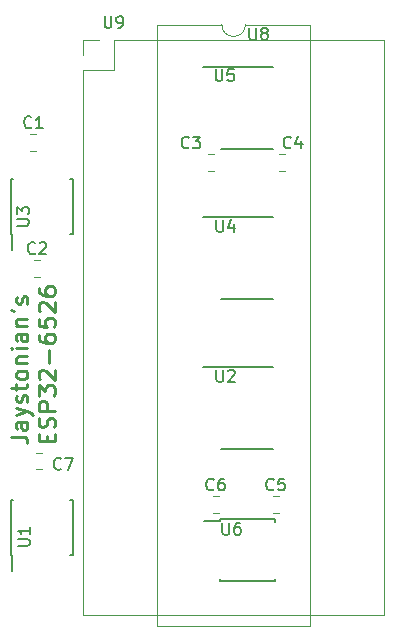
<source format=gbr>
G04 #@! TF.GenerationSoftware,KiCad,Pcbnew,(5.1.5)-3*
G04 #@! TF.CreationDate,2020-05-12T20:02:37-04:00*
G04 #@! TF.ProjectId,6526ESP32,36353236-4553-4503-9332-2e6b69636164,rev?*
G04 #@! TF.SameCoordinates,Original*
G04 #@! TF.FileFunction,Legend,Top*
G04 #@! TF.FilePolarity,Positive*
%FSLAX46Y46*%
G04 Gerber Fmt 4.6, Leading zero omitted, Abs format (unit mm)*
G04 Created by KiCad (PCBNEW (5.1.5)-3) date 2020-05-12 20:02:37*
%MOMM*%
%LPD*%
G04 APERTURE LIST*
%ADD10C,0.250000*%
%ADD11C,0.120000*%
%ADD12C,0.150000*%
G04 APERTURE END LIST*
D10*
X39561933Y-69119266D02*
X40561933Y-69119266D01*
X40761933Y-69185933D01*
X40895266Y-69319266D01*
X40961933Y-69519266D01*
X40961933Y-69652600D01*
X40961933Y-67852600D02*
X40228600Y-67852600D01*
X40095266Y-67919266D01*
X40028600Y-68052600D01*
X40028600Y-68319266D01*
X40095266Y-68452600D01*
X40895266Y-67852600D02*
X40961933Y-67985933D01*
X40961933Y-68319266D01*
X40895266Y-68452600D01*
X40761933Y-68519266D01*
X40628600Y-68519266D01*
X40495266Y-68452600D01*
X40428600Y-68319266D01*
X40428600Y-67985933D01*
X40361933Y-67852600D01*
X40028600Y-67319266D02*
X40961933Y-66985933D01*
X40028600Y-66652600D02*
X40961933Y-66985933D01*
X41295266Y-67119266D01*
X41361933Y-67185933D01*
X41428600Y-67319266D01*
X40895266Y-66185933D02*
X40961933Y-66052600D01*
X40961933Y-65785933D01*
X40895266Y-65652600D01*
X40761933Y-65585933D01*
X40695266Y-65585933D01*
X40561933Y-65652600D01*
X40495266Y-65785933D01*
X40495266Y-65985933D01*
X40428600Y-66119266D01*
X40295266Y-66185933D01*
X40228600Y-66185933D01*
X40095266Y-66119266D01*
X40028600Y-65985933D01*
X40028600Y-65785933D01*
X40095266Y-65652600D01*
X40028600Y-65185933D02*
X40028600Y-64652600D01*
X39561933Y-64985933D02*
X40761933Y-64985933D01*
X40895266Y-64919266D01*
X40961933Y-64785933D01*
X40961933Y-64652600D01*
X40961933Y-63985933D02*
X40895266Y-64119266D01*
X40828600Y-64185933D01*
X40695266Y-64252600D01*
X40295266Y-64252600D01*
X40161933Y-64185933D01*
X40095266Y-64119266D01*
X40028600Y-63985933D01*
X40028600Y-63785933D01*
X40095266Y-63652600D01*
X40161933Y-63585933D01*
X40295266Y-63519266D01*
X40695266Y-63519266D01*
X40828600Y-63585933D01*
X40895266Y-63652600D01*
X40961933Y-63785933D01*
X40961933Y-63985933D01*
X40028600Y-62919266D02*
X40961933Y-62919266D01*
X40161933Y-62919266D02*
X40095266Y-62852600D01*
X40028600Y-62719266D01*
X40028600Y-62519266D01*
X40095266Y-62385933D01*
X40228600Y-62319266D01*
X40961933Y-62319266D01*
X40961933Y-61652600D02*
X40028600Y-61652600D01*
X39561933Y-61652600D02*
X39628600Y-61719266D01*
X39695266Y-61652600D01*
X39628600Y-61585933D01*
X39561933Y-61652600D01*
X39695266Y-61652600D01*
X40961933Y-60385933D02*
X40228600Y-60385933D01*
X40095266Y-60452600D01*
X40028600Y-60585933D01*
X40028600Y-60852600D01*
X40095266Y-60985933D01*
X40895266Y-60385933D02*
X40961933Y-60519266D01*
X40961933Y-60852600D01*
X40895266Y-60985933D01*
X40761933Y-61052600D01*
X40628600Y-61052600D01*
X40495266Y-60985933D01*
X40428600Y-60852600D01*
X40428600Y-60519266D01*
X40361933Y-60385933D01*
X40028600Y-59719266D02*
X40961933Y-59719266D01*
X40161933Y-59719266D02*
X40095266Y-59652600D01*
X40028600Y-59519266D01*
X40028600Y-59319266D01*
X40095266Y-59185933D01*
X40228600Y-59119266D01*
X40961933Y-59119266D01*
X39561933Y-58385933D02*
X39828600Y-58519266D01*
X40895266Y-57852600D02*
X40961933Y-57719266D01*
X40961933Y-57452600D01*
X40895266Y-57319266D01*
X40761933Y-57252600D01*
X40695266Y-57252600D01*
X40561933Y-57319266D01*
X40495266Y-57452600D01*
X40495266Y-57652600D01*
X40428600Y-57785933D01*
X40295266Y-57852600D01*
X40228600Y-57852600D01*
X40095266Y-57785933D01*
X40028600Y-57652600D01*
X40028600Y-57452600D01*
X40095266Y-57319266D01*
X42578600Y-69519266D02*
X42578600Y-69052600D01*
X43311933Y-68852600D02*
X43311933Y-69519266D01*
X41911933Y-69519266D01*
X41911933Y-68852600D01*
X43245266Y-68319266D02*
X43311933Y-68119266D01*
X43311933Y-67785933D01*
X43245266Y-67652600D01*
X43178600Y-67585933D01*
X43045266Y-67519266D01*
X42911933Y-67519266D01*
X42778600Y-67585933D01*
X42711933Y-67652600D01*
X42645266Y-67785933D01*
X42578600Y-68052600D01*
X42511933Y-68185933D01*
X42445266Y-68252600D01*
X42311933Y-68319266D01*
X42178600Y-68319266D01*
X42045266Y-68252600D01*
X41978600Y-68185933D01*
X41911933Y-68052600D01*
X41911933Y-67719266D01*
X41978600Y-67519266D01*
X43311933Y-66919266D02*
X41911933Y-66919266D01*
X41911933Y-66385933D01*
X41978600Y-66252600D01*
X42045266Y-66185933D01*
X42178600Y-66119266D01*
X42378600Y-66119266D01*
X42511933Y-66185933D01*
X42578600Y-66252600D01*
X42645266Y-66385933D01*
X42645266Y-66919266D01*
X41911933Y-65652600D02*
X41911933Y-64785933D01*
X42445266Y-65252600D01*
X42445266Y-65052600D01*
X42511933Y-64919266D01*
X42578600Y-64852600D01*
X42711933Y-64785933D01*
X43045266Y-64785933D01*
X43178600Y-64852600D01*
X43245266Y-64919266D01*
X43311933Y-65052600D01*
X43311933Y-65452600D01*
X43245266Y-65585933D01*
X43178600Y-65652600D01*
X42045266Y-64252600D02*
X41978600Y-64185933D01*
X41911933Y-64052600D01*
X41911933Y-63719266D01*
X41978600Y-63585933D01*
X42045266Y-63519266D01*
X42178600Y-63452600D01*
X42311933Y-63452600D01*
X42511933Y-63519266D01*
X43311933Y-64319266D01*
X43311933Y-63452600D01*
X42778600Y-62852600D02*
X42778600Y-61785933D01*
X41911933Y-60519266D02*
X41911933Y-60785933D01*
X41978600Y-60919266D01*
X42045266Y-60985933D01*
X42245266Y-61119266D01*
X42511933Y-61185933D01*
X43045266Y-61185933D01*
X43178600Y-61119266D01*
X43245266Y-61052600D01*
X43311933Y-60919266D01*
X43311933Y-60652600D01*
X43245266Y-60519266D01*
X43178600Y-60452600D01*
X43045266Y-60385933D01*
X42711933Y-60385933D01*
X42578600Y-60452600D01*
X42511933Y-60519266D01*
X42445266Y-60652600D01*
X42445266Y-60919266D01*
X42511933Y-61052600D01*
X42578600Y-61119266D01*
X42711933Y-61185933D01*
X41911933Y-59119266D02*
X41911933Y-59785933D01*
X42578600Y-59852600D01*
X42511933Y-59785933D01*
X42445266Y-59652600D01*
X42445266Y-59319266D01*
X42511933Y-59185933D01*
X42578600Y-59119266D01*
X42711933Y-59052600D01*
X43045266Y-59052600D01*
X43178600Y-59119266D01*
X43245266Y-59185933D01*
X43311933Y-59319266D01*
X43311933Y-59652600D01*
X43245266Y-59785933D01*
X43178600Y-59852600D01*
X42045266Y-58519266D02*
X41978600Y-58452600D01*
X41911933Y-58319266D01*
X41911933Y-57985933D01*
X41978600Y-57852600D01*
X42045266Y-57785933D01*
X42178600Y-57719266D01*
X42311933Y-57719266D01*
X42511933Y-57785933D01*
X43311933Y-58585933D01*
X43311933Y-57719266D01*
X41911933Y-56519266D02*
X41911933Y-56785933D01*
X41978600Y-56919266D01*
X42045266Y-56985933D01*
X42245266Y-57119266D01*
X42511933Y-57185933D01*
X43045266Y-57185933D01*
X43178600Y-57119266D01*
X43245266Y-57052600D01*
X43311933Y-56919266D01*
X43311933Y-56652600D01*
X43245266Y-56519266D01*
X43178600Y-56452600D01*
X43045266Y-56385933D01*
X42711933Y-56385933D01*
X42578600Y-56452600D01*
X42511933Y-56519266D01*
X42445266Y-56652600D01*
X42445266Y-56919266D01*
X42511933Y-57052600D01*
X42578600Y-57119266D01*
X42711933Y-57185933D01*
D11*
X41204248Y-43486000D02*
X41726752Y-43486000D01*
X41204248Y-44906000D02*
X41726752Y-44906000D01*
X41521748Y-55574000D02*
X42044252Y-55574000D01*
X41521748Y-54154000D02*
X42044252Y-54154000D01*
X56253748Y-45200500D02*
X56776252Y-45200500D01*
X56253748Y-46620500D02*
X56776252Y-46620500D01*
X62222748Y-46620500D02*
X62745252Y-46620500D01*
X62222748Y-45200500D02*
X62745252Y-45200500D01*
X61714748Y-74156500D02*
X62237252Y-74156500D01*
X61714748Y-75576500D02*
X62237252Y-75576500D01*
D12*
X57338000Y-70125000D02*
X61788000Y-70125000D01*
X55813000Y-63225000D02*
X61788000Y-63225000D01*
X57338000Y-57425000D02*
X61788000Y-57425000D01*
X55813000Y-50525000D02*
X61788000Y-50525000D01*
X55813000Y-37825000D02*
X61788000Y-37825000D01*
X57338000Y-44725000D02*
X61788000Y-44725000D01*
X39539000Y-79160000D02*
X39664000Y-79160000D01*
X39539000Y-74510000D02*
X39764000Y-74510000D01*
X44789000Y-74510000D02*
X44564000Y-74510000D01*
X44789000Y-79160000D02*
X44564000Y-79160000D01*
X39539000Y-79160000D02*
X39539000Y-74510000D01*
X44789000Y-79160000D02*
X44789000Y-74510000D01*
X39664000Y-79160000D02*
X39664000Y-80510000D01*
D11*
X64880000Y-34230000D02*
X59420000Y-34230000D01*
X64880000Y-85150000D02*
X64880000Y-34230000D01*
X51960000Y-85150000D02*
X64880000Y-85150000D01*
X51960000Y-34230000D02*
X51960000Y-85150000D01*
X57420000Y-34230000D02*
X51960000Y-34230000D01*
X59420000Y-34230000D02*
G75*
G02X57420000Y-34230000I-1000000J0D01*
G01*
D12*
X39664000Y-51982000D02*
X39664000Y-53332000D01*
X44789000Y-51982000D02*
X44789000Y-47332000D01*
X39539000Y-51982000D02*
X39539000Y-47332000D01*
X44789000Y-51982000D02*
X44564000Y-51982000D01*
X44789000Y-47332000D02*
X44564000Y-47332000D01*
X39539000Y-47332000D02*
X39764000Y-47332000D01*
X39539000Y-51982000D02*
X39664000Y-51982000D01*
X57238000Y-76115000D02*
X57238000Y-76240000D01*
X61888000Y-76115000D02*
X61888000Y-76340000D01*
X61888000Y-81365000D02*
X61888000Y-81140000D01*
X57238000Y-81365000D02*
X57238000Y-81140000D01*
X57238000Y-76115000D02*
X61888000Y-76115000D01*
X57238000Y-81365000D02*
X61888000Y-81365000D01*
X57238000Y-76240000D02*
X55888000Y-76240000D01*
D11*
X56634748Y-74156500D02*
X57157252Y-74156500D01*
X56634748Y-75576500D02*
X57157252Y-75576500D01*
X41648748Y-71893500D02*
X42171252Y-71893500D01*
X41648748Y-70473500D02*
X42171252Y-70473500D01*
X71180000Y-35500000D02*
X48260000Y-35500000D01*
X71180000Y-84201000D02*
X71180000Y-35500000D01*
X71180000Y-84201000D02*
X45660000Y-84201000D01*
X45660000Y-38100000D02*
X45660000Y-84201000D01*
X48260000Y-38100000D02*
X45660000Y-38100000D01*
X48260000Y-35500000D02*
X48260000Y-38100000D01*
X45660000Y-35500000D02*
X45660000Y-36830000D01*
X46990000Y-35500000D02*
X45660000Y-35500000D01*
D12*
X41298833Y-42903142D02*
X41251214Y-42950761D01*
X41108357Y-42998380D01*
X41013119Y-42998380D01*
X40870261Y-42950761D01*
X40775023Y-42855523D01*
X40727404Y-42760285D01*
X40679785Y-42569809D01*
X40679785Y-42426952D01*
X40727404Y-42236476D01*
X40775023Y-42141238D01*
X40870261Y-42046000D01*
X41013119Y-41998380D01*
X41108357Y-41998380D01*
X41251214Y-42046000D01*
X41298833Y-42093619D01*
X42251214Y-42998380D02*
X41679785Y-42998380D01*
X41965500Y-42998380D02*
X41965500Y-41998380D01*
X41870261Y-42141238D01*
X41775023Y-42236476D01*
X41679785Y-42284095D01*
X41616333Y-53571142D02*
X41568714Y-53618761D01*
X41425857Y-53666380D01*
X41330619Y-53666380D01*
X41187761Y-53618761D01*
X41092523Y-53523523D01*
X41044904Y-53428285D01*
X40997285Y-53237809D01*
X40997285Y-53094952D01*
X41044904Y-52904476D01*
X41092523Y-52809238D01*
X41187761Y-52714000D01*
X41330619Y-52666380D01*
X41425857Y-52666380D01*
X41568714Y-52714000D01*
X41616333Y-52761619D01*
X41997285Y-52761619D02*
X42044904Y-52714000D01*
X42140142Y-52666380D01*
X42378238Y-52666380D01*
X42473476Y-52714000D01*
X42521095Y-52761619D01*
X42568714Y-52856857D01*
X42568714Y-52952095D01*
X42521095Y-53094952D01*
X41949666Y-53666380D01*
X42568714Y-53666380D01*
X54633833Y-44617642D02*
X54586214Y-44665261D01*
X54443357Y-44712880D01*
X54348119Y-44712880D01*
X54205261Y-44665261D01*
X54110023Y-44570023D01*
X54062404Y-44474785D01*
X54014785Y-44284309D01*
X54014785Y-44141452D01*
X54062404Y-43950976D01*
X54110023Y-43855738D01*
X54205261Y-43760500D01*
X54348119Y-43712880D01*
X54443357Y-43712880D01*
X54586214Y-43760500D01*
X54633833Y-43808119D01*
X54967166Y-43712880D02*
X55586214Y-43712880D01*
X55252880Y-44093833D01*
X55395738Y-44093833D01*
X55490976Y-44141452D01*
X55538595Y-44189071D01*
X55586214Y-44284309D01*
X55586214Y-44522404D01*
X55538595Y-44617642D01*
X55490976Y-44665261D01*
X55395738Y-44712880D01*
X55110023Y-44712880D01*
X55014785Y-44665261D01*
X54967166Y-44617642D01*
X63269833Y-44617642D02*
X63222214Y-44665261D01*
X63079357Y-44712880D01*
X62984119Y-44712880D01*
X62841261Y-44665261D01*
X62746023Y-44570023D01*
X62698404Y-44474785D01*
X62650785Y-44284309D01*
X62650785Y-44141452D01*
X62698404Y-43950976D01*
X62746023Y-43855738D01*
X62841261Y-43760500D01*
X62984119Y-43712880D01*
X63079357Y-43712880D01*
X63222214Y-43760500D01*
X63269833Y-43808119D01*
X64126976Y-44046214D02*
X64126976Y-44712880D01*
X63888880Y-43665261D02*
X63650785Y-44379547D01*
X64269833Y-44379547D01*
X61809333Y-73573642D02*
X61761714Y-73621261D01*
X61618857Y-73668880D01*
X61523619Y-73668880D01*
X61380761Y-73621261D01*
X61285523Y-73526023D01*
X61237904Y-73430785D01*
X61190285Y-73240309D01*
X61190285Y-73097452D01*
X61237904Y-72906976D01*
X61285523Y-72811738D01*
X61380761Y-72716500D01*
X61523619Y-72668880D01*
X61618857Y-72668880D01*
X61761714Y-72716500D01*
X61809333Y-72764119D01*
X62714095Y-72668880D02*
X62237904Y-72668880D01*
X62190285Y-73145071D01*
X62237904Y-73097452D01*
X62333142Y-73049833D01*
X62571238Y-73049833D01*
X62666476Y-73097452D01*
X62714095Y-73145071D01*
X62761714Y-73240309D01*
X62761714Y-73478404D01*
X62714095Y-73573642D01*
X62666476Y-73621261D01*
X62571238Y-73668880D01*
X62333142Y-73668880D01*
X62237904Y-73621261D01*
X62190285Y-73573642D01*
X56959595Y-63460380D02*
X56959595Y-64269904D01*
X57007214Y-64365142D01*
X57054833Y-64412761D01*
X57150071Y-64460380D01*
X57340547Y-64460380D01*
X57435785Y-64412761D01*
X57483404Y-64365142D01*
X57531023Y-64269904D01*
X57531023Y-63460380D01*
X57959595Y-63555619D02*
X58007214Y-63508000D01*
X58102452Y-63460380D01*
X58340547Y-63460380D01*
X58435785Y-63508000D01*
X58483404Y-63555619D01*
X58531023Y-63650857D01*
X58531023Y-63746095D01*
X58483404Y-63888952D01*
X57911976Y-64460380D01*
X58531023Y-64460380D01*
X56959595Y-50760380D02*
X56959595Y-51569904D01*
X57007214Y-51665142D01*
X57054833Y-51712761D01*
X57150071Y-51760380D01*
X57340547Y-51760380D01*
X57435785Y-51712761D01*
X57483404Y-51665142D01*
X57531023Y-51569904D01*
X57531023Y-50760380D01*
X58435785Y-51093714D02*
X58435785Y-51760380D01*
X58197690Y-50712761D02*
X57959595Y-51427047D01*
X58578642Y-51427047D01*
X56896095Y-37996880D02*
X56896095Y-38806404D01*
X56943714Y-38901642D01*
X56991333Y-38949261D01*
X57086571Y-38996880D01*
X57277047Y-38996880D01*
X57372285Y-38949261D01*
X57419904Y-38901642D01*
X57467523Y-38806404D01*
X57467523Y-37996880D01*
X58419904Y-37996880D02*
X57943714Y-37996880D01*
X57896095Y-38473071D01*
X57943714Y-38425452D01*
X58038952Y-38377833D01*
X58277047Y-38377833D01*
X58372285Y-38425452D01*
X58419904Y-38473071D01*
X58467523Y-38568309D01*
X58467523Y-38806404D01*
X58419904Y-38901642D01*
X58372285Y-38949261D01*
X58277047Y-38996880D01*
X58038952Y-38996880D01*
X57943714Y-38949261D01*
X57896095Y-38901642D01*
X40155880Y-78358904D02*
X40965404Y-78358904D01*
X41060642Y-78311285D01*
X41108261Y-78263666D01*
X41155880Y-78168428D01*
X41155880Y-77977952D01*
X41108261Y-77882714D01*
X41060642Y-77835095D01*
X40965404Y-77787476D01*
X40155880Y-77787476D01*
X41155880Y-76787476D02*
X41155880Y-77358904D01*
X41155880Y-77073190D02*
X40155880Y-77073190D01*
X40298738Y-77168428D01*
X40393976Y-77263666D01*
X40441595Y-77358904D01*
X59753595Y-34504380D02*
X59753595Y-35313904D01*
X59801214Y-35409142D01*
X59848833Y-35456761D01*
X59944071Y-35504380D01*
X60134547Y-35504380D01*
X60229785Y-35456761D01*
X60277404Y-35409142D01*
X60325023Y-35313904D01*
X60325023Y-34504380D01*
X60944071Y-34932952D02*
X60848833Y-34885333D01*
X60801214Y-34837714D01*
X60753595Y-34742476D01*
X60753595Y-34694857D01*
X60801214Y-34599619D01*
X60848833Y-34552000D01*
X60944071Y-34504380D01*
X61134547Y-34504380D01*
X61229785Y-34552000D01*
X61277404Y-34599619D01*
X61325023Y-34694857D01*
X61325023Y-34742476D01*
X61277404Y-34837714D01*
X61229785Y-34885333D01*
X61134547Y-34932952D01*
X60944071Y-34932952D01*
X60848833Y-34980571D01*
X60801214Y-35028190D01*
X60753595Y-35123428D01*
X60753595Y-35313904D01*
X60801214Y-35409142D01*
X60848833Y-35456761D01*
X60944071Y-35504380D01*
X61134547Y-35504380D01*
X61229785Y-35456761D01*
X61277404Y-35409142D01*
X61325023Y-35313904D01*
X61325023Y-35123428D01*
X61277404Y-35028190D01*
X61229785Y-34980571D01*
X61134547Y-34932952D01*
X40092380Y-51244404D02*
X40901904Y-51244404D01*
X40997142Y-51196785D01*
X41044761Y-51149166D01*
X41092380Y-51053928D01*
X41092380Y-50863452D01*
X41044761Y-50768214D01*
X40997142Y-50720595D01*
X40901904Y-50672976D01*
X40092380Y-50672976D01*
X40092380Y-50292023D02*
X40092380Y-49672976D01*
X40473333Y-50006309D01*
X40473333Y-49863452D01*
X40520952Y-49768214D01*
X40568571Y-49720595D01*
X40663809Y-49672976D01*
X40901904Y-49672976D01*
X40997142Y-49720595D01*
X41044761Y-49768214D01*
X41092380Y-49863452D01*
X41092380Y-50149166D01*
X41044761Y-50244404D01*
X40997142Y-50292023D01*
X57467595Y-76414380D02*
X57467595Y-77223904D01*
X57515214Y-77319142D01*
X57562833Y-77366761D01*
X57658071Y-77414380D01*
X57848547Y-77414380D01*
X57943785Y-77366761D01*
X57991404Y-77319142D01*
X58039023Y-77223904D01*
X58039023Y-76414380D01*
X58943785Y-76414380D02*
X58753309Y-76414380D01*
X58658071Y-76462000D01*
X58610452Y-76509619D01*
X58515214Y-76652476D01*
X58467595Y-76842952D01*
X58467595Y-77223904D01*
X58515214Y-77319142D01*
X58562833Y-77366761D01*
X58658071Y-77414380D01*
X58848547Y-77414380D01*
X58943785Y-77366761D01*
X58991404Y-77319142D01*
X59039023Y-77223904D01*
X59039023Y-76985809D01*
X58991404Y-76890571D01*
X58943785Y-76842952D01*
X58848547Y-76795333D01*
X58658071Y-76795333D01*
X58562833Y-76842952D01*
X58515214Y-76890571D01*
X58467595Y-76985809D01*
X56729333Y-73573642D02*
X56681714Y-73621261D01*
X56538857Y-73668880D01*
X56443619Y-73668880D01*
X56300761Y-73621261D01*
X56205523Y-73526023D01*
X56157904Y-73430785D01*
X56110285Y-73240309D01*
X56110285Y-73097452D01*
X56157904Y-72906976D01*
X56205523Y-72811738D01*
X56300761Y-72716500D01*
X56443619Y-72668880D01*
X56538857Y-72668880D01*
X56681714Y-72716500D01*
X56729333Y-72764119D01*
X57586476Y-72668880D02*
X57396000Y-72668880D01*
X57300761Y-72716500D01*
X57253142Y-72764119D01*
X57157904Y-72906976D01*
X57110285Y-73097452D01*
X57110285Y-73478404D01*
X57157904Y-73573642D01*
X57205523Y-73621261D01*
X57300761Y-73668880D01*
X57491238Y-73668880D01*
X57586476Y-73621261D01*
X57634095Y-73573642D01*
X57681714Y-73478404D01*
X57681714Y-73240309D01*
X57634095Y-73145071D01*
X57586476Y-73097452D01*
X57491238Y-73049833D01*
X57300761Y-73049833D01*
X57205523Y-73097452D01*
X57157904Y-73145071D01*
X57110285Y-73240309D01*
X43800733Y-71820042D02*
X43753114Y-71867661D01*
X43610257Y-71915280D01*
X43515019Y-71915280D01*
X43372161Y-71867661D01*
X43276923Y-71772423D01*
X43229304Y-71677185D01*
X43181685Y-71486709D01*
X43181685Y-71343852D01*
X43229304Y-71153376D01*
X43276923Y-71058138D01*
X43372161Y-70962900D01*
X43515019Y-70915280D01*
X43610257Y-70915280D01*
X43753114Y-70962900D01*
X43800733Y-71010519D01*
X44134066Y-70915280D02*
X44800733Y-70915280D01*
X44372161Y-71915280D01*
X47498095Y-33512380D02*
X47498095Y-34321904D01*
X47545714Y-34417142D01*
X47593333Y-34464761D01*
X47688571Y-34512380D01*
X47879047Y-34512380D01*
X47974285Y-34464761D01*
X48021904Y-34417142D01*
X48069523Y-34321904D01*
X48069523Y-33512380D01*
X48593333Y-34512380D02*
X48783809Y-34512380D01*
X48879047Y-34464761D01*
X48926666Y-34417142D01*
X49021904Y-34274285D01*
X49069523Y-34083809D01*
X49069523Y-33702857D01*
X49021904Y-33607619D01*
X48974285Y-33560000D01*
X48879047Y-33512380D01*
X48688571Y-33512380D01*
X48593333Y-33560000D01*
X48545714Y-33607619D01*
X48498095Y-33702857D01*
X48498095Y-33940952D01*
X48545714Y-34036190D01*
X48593333Y-34083809D01*
X48688571Y-34131428D01*
X48879047Y-34131428D01*
X48974285Y-34083809D01*
X49021904Y-34036190D01*
X49069523Y-33940952D01*
M02*

</source>
